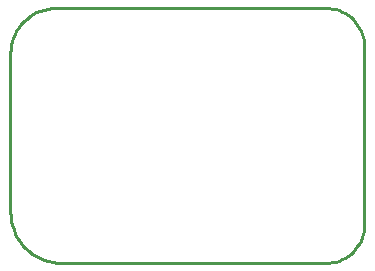
<source format=gbr>
G04 EAGLE Gerber RS-274X export*
G75*
%MOMM*%
%FSLAX34Y34*%
%LPD*%
%IN*%
%IPPOS*%
%AMOC8*
5,1,8,0,0,1.08239X$1,22.5*%
G01*
%ADD10C,0.254000*%


D10*
X124460Y170180D02*
X124624Y166417D01*
X125116Y162682D01*
X125931Y159004D01*
X127064Y155412D01*
X128506Y151931D01*
X130245Y148590D01*
X132269Y145413D01*
X134562Y142424D01*
X137107Y139647D01*
X139884Y137102D01*
X142873Y134809D01*
X146050Y132785D01*
X149391Y131046D01*
X152872Y129604D01*
X156464Y128471D01*
X160142Y127656D01*
X163877Y127164D01*
X167640Y127000D01*
X391160Y127000D01*
X394038Y127126D01*
X396894Y127502D01*
X399706Y128125D01*
X402454Y128991D01*
X405115Y130094D01*
X407670Y131424D01*
X410100Y132972D01*
X412385Y134725D01*
X414509Y136671D01*
X416455Y138795D01*
X418208Y141081D01*
X419756Y143510D01*
X421086Y146065D01*
X422189Y148727D01*
X423055Y151474D01*
X423678Y154286D01*
X424054Y157142D01*
X424180Y160020D01*
X424180Y309880D01*
X424054Y312758D01*
X423678Y315614D01*
X423055Y318426D01*
X422189Y321174D01*
X421086Y323835D01*
X419756Y326390D01*
X418208Y328820D01*
X416455Y331105D01*
X414509Y333229D01*
X412385Y335175D01*
X410100Y336928D01*
X407670Y338476D01*
X405115Y339806D01*
X402454Y340909D01*
X399706Y341775D01*
X396894Y342398D01*
X394038Y342774D01*
X391160Y342900D01*
X162560Y342900D01*
X159239Y342755D01*
X155944Y342321D01*
X152699Y341602D01*
X149529Y340602D01*
X146458Y339330D01*
X143510Y337796D01*
X140707Y336010D01*
X138070Y333986D01*
X135619Y331741D01*
X133374Y329290D01*
X131350Y326653D01*
X129564Y323850D01*
X128030Y320902D01*
X126758Y317831D01*
X125758Y314661D01*
X125039Y311416D01*
X124605Y308121D01*
X124460Y304800D01*
X124460Y170180D01*
M02*

</source>
